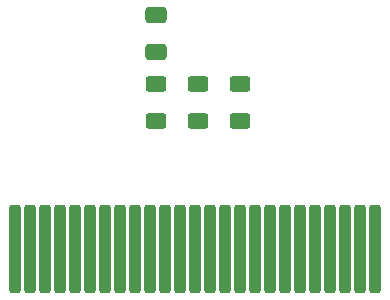
<source format=gbr>
%TF.GenerationSoftware,KiCad,Pcbnew,(6.0.5)*%
%TF.CreationDate,2023-06-09T12:11:34-05:00*%
%TF.ProjectId,pcchips_apic,70636368-6970-4735-9f61-7069632e6b69,rev?*%
%TF.SameCoordinates,Original*%
%TF.FileFunction,Paste,Bot*%
%TF.FilePolarity,Positive*%
%FSLAX46Y46*%
G04 Gerber Fmt 4.6, Leading zero omitted, Abs format (unit mm)*
G04 Created by KiCad (PCBNEW (6.0.5)) date 2023-06-09 12:11:34*
%MOMM*%
%LPD*%
G01*
G04 APERTURE LIST*
G04 Aperture macros list*
%AMRoundRect*
0 Rectangle with rounded corners*
0 $1 Rounding radius*
0 $2 $3 $4 $5 $6 $7 $8 $9 X,Y pos of 4 corners*
0 Add a 4 corners polygon primitive as box body*
4,1,4,$2,$3,$4,$5,$6,$7,$8,$9,$2,$3,0*
0 Add four circle primitives for the rounded corners*
1,1,$1+$1,$2,$3*
1,1,$1+$1,$4,$5*
1,1,$1+$1,$6,$7*
1,1,$1+$1,$8,$9*
0 Add four rect primitives between the rounded corners*
20,1,$1+$1,$2,$3,$4,$5,0*
20,1,$1+$1,$4,$5,$6,$7,0*
20,1,$1+$1,$6,$7,$8,$9,0*
20,1,$1+$1,$8,$9,$2,$3,0*%
G04 Aperture macros list end*
%ADD10RoundRect,0.250000X-0.250000X-3.500000X0.250000X-3.500000X0.250000X3.500000X-0.250000X3.500000X0*%
%ADD11RoundRect,0.250000X0.650000X-0.412500X0.650000X0.412500X-0.650000X0.412500X-0.650000X-0.412500X0*%
%ADD12RoundRect,0.250000X0.625000X-0.400000X0.625000X0.400000X-0.625000X0.400000X-0.625000X-0.400000X0*%
G04 APERTURE END LIST*
D10*
%TO.C,.*%
X133122000Y-85542000D03*
X131852000Y-85542000D03*
X130582000Y-85542000D03*
X129312000Y-85542000D03*
X128042000Y-85542000D03*
X126772000Y-85542000D03*
X125502000Y-85542000D03*
X124232000Y-85542000D03*
X122962000Y-85542000D03*
X121692000Y-85542000D03*
X120422000Y-85542000D03*
X119152000Y-85542000D03*
X117882000Y-85542000D03*
X116612000Y-85542000D03*
X115342000Y-85542000D03*
X114072000Y-85542000D03*
X112802000Y-85542000D03*
X111532000Y-85542000D03*
X110262000Y-85542000D03*
X108992000Y-85542000D03*
X107722000Y-85542000D03*
X106452000Y-85542000D03*
X105182000Y-85542000D03*
X103912000Y-85542000D03*
X102642000Y-85542000D03*
%TD*%
D11*
%TO.C,C2*%
X114554000Y-68872500D03*
X114554000Y-65747500D03*
%TD*%
D12*
%TO.C,R3*%
X118110000Y-74714000D03*
X118110000Y-71614000D03*
%TD*%
%TO.C,R4*%
X121666000Y-74702000D03*
X121666000Y-71602000D03*
%TD*%
%TO.C,R2*%
X114554000Y-74702000D03*
X114554000Y-71602000D03*
%TD*%
M02*

</source>
